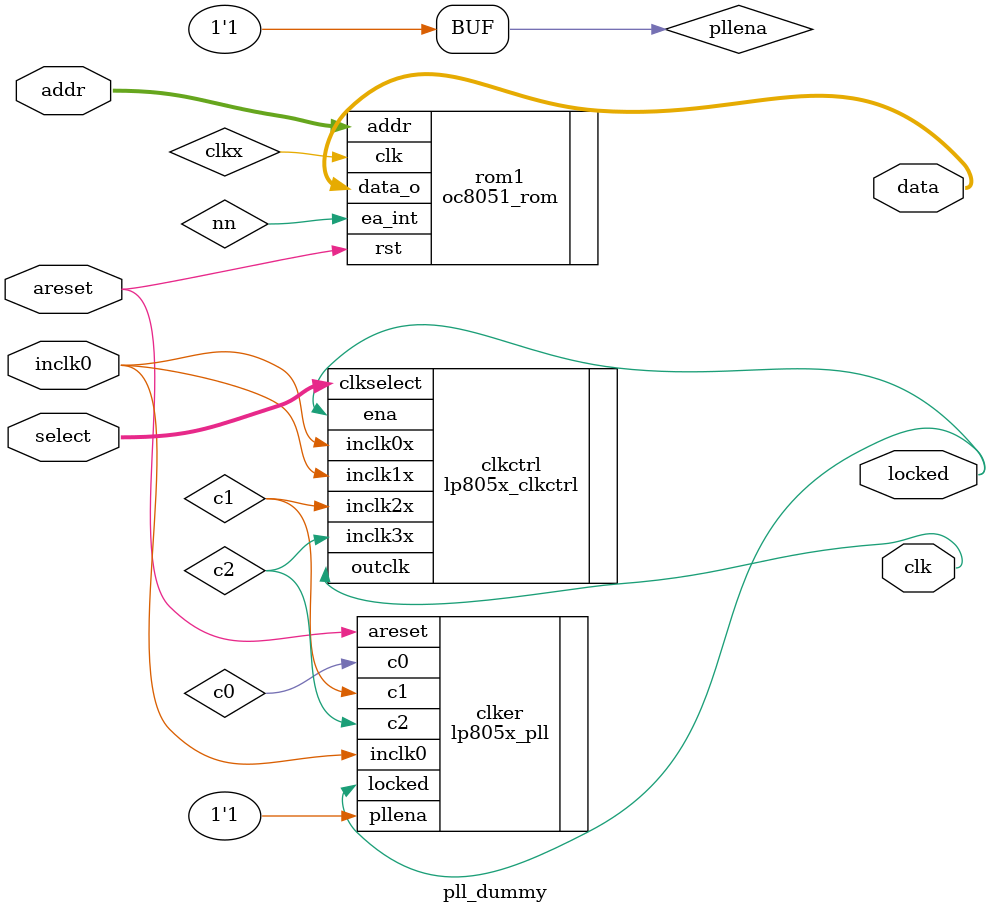
<source format=v>


module pll_dummy(areset,inclk0,clk,addr,data,select,locked);

	input	  areset;
	input	  inclk0;
	wire	  pllena=1'b1;
	wire 	  c0;
	wire	  c1;
	wire	  c2;
	output wire	  locked;

lp805x_pll clker
	(
		.areset( areset),
		.inclk0( inclk0),
		.pllena( pllena),
		.c0( c0),
		.c1( c1),
		.c2( c2),
		.locked( locked)
	);
	
	output wire clk;
	input wire [1:0] select;
	
lp805x_clkctrl clkctrl
	(
		.clkselect( select),
		.ena( locked),
		.inclk0x( inclk0),
		.inclk1x( inclk0),
		.inclk2x( c1),
		.inclk3x( c2),
		.outclk( clk)
	);		
		
	output wire [31:0] data;
	input wire [15:0] addr;
	wire nn;
	  oc8051_rom rom1
				(
				 .rst(areset),
             .clk(clkx),
				 .ea_int(nn),
		       .addr(addr),
		       .data_o(data)
		      );
				 
endmodule

</source>
